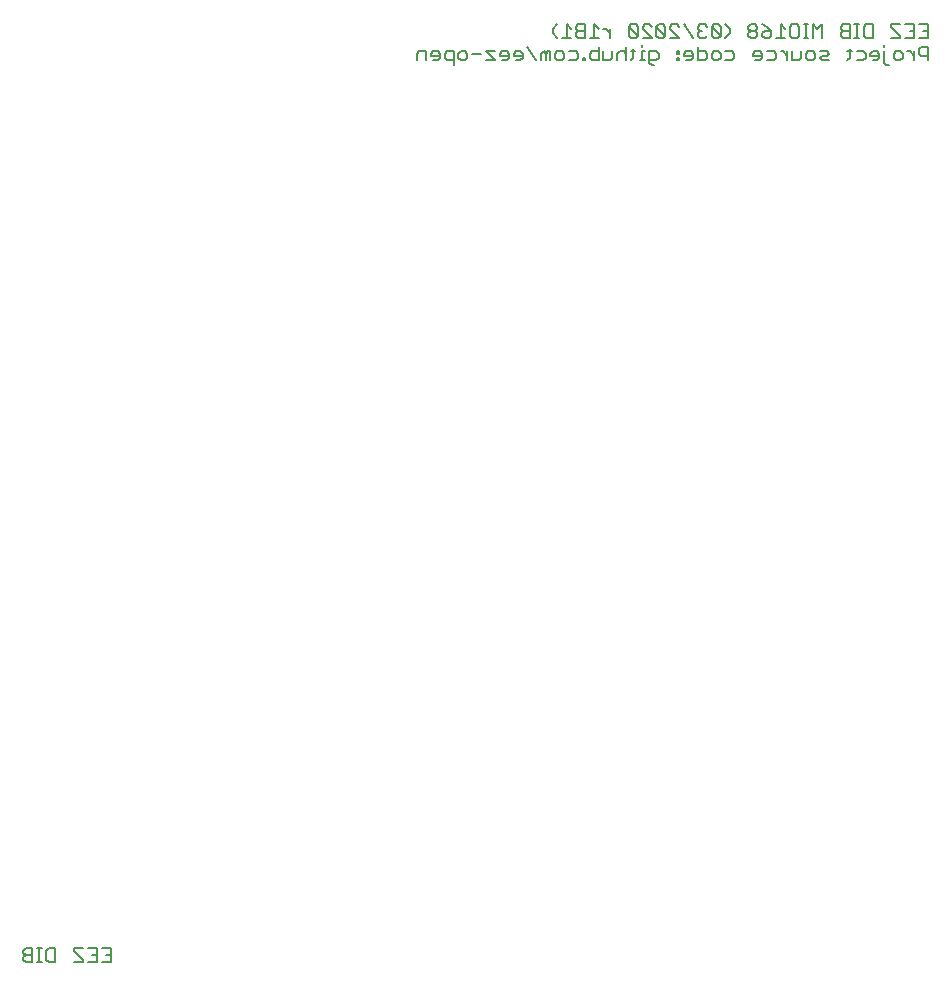
<source format=gbo>
G75*
%MOIN*%
%OFA0B0*%
%FSLAX25Y25*%
%IPPOS*%
%LPD*%
%AMOC8*
5,1,8,0,0,1.08239X$1,22.5*
%
%ADD10C,0.00500*%
D10*
X0359846Y0120520D02*
X0360597Y0119770D01*
X0362849Y0119770D01*
X0362849Y0124274D01*
X0360597Y0124274D01*
X0359846Y0123523D01*
X0359846Y0122772D01*
X0360597Y0122022D01*
X0362849Y0122022D01*
X0360597Y0122022D02*
X0359846Y0121271D01*
X0359846Y0120520D01*
X0364417Y0119770D02*
X0365918Y0119770D01*
X0365167Y0119770D02*
X0365167Y0124274D01*
X0364417Y0124274D02*
X0365918Y0124274D01*
X0367519Y0123523D02*
X0368270Y0124274D01*
X0370522Y0124274D01*
X0370522Y0119770D01*
X0368270Y0119770D01*
X0367519Y0120520D01*
X0367519Y0123523D01*
X0376727Y0123523D02*
X0379730Y0120520D01*
X0379730Y0119770D01*
X0376727Y0119770D01*
X0376727Y0123523D02*
X0376727Y0124274D01*
X0379730Y0124274D01*
X0381331Y0124274D02*
X0384334Y0124274D01*
X0384334Y0119770D01*
X0381331Y0119770D01*
X0382832Y0122022D02*
X0384334Y0122022D01*
X0385935Y0124274D02*
X0388938Y0124274D01*
X0388938Y0119770D01*
X0385935Y0119770D01*
X0387436Y0122022D02*
X0388938Y0122022D01*
X0491043Y0420254D02*
X0491043Y0422506D01*
X0491794Y0423256D01*
X0494046Y0423256D01*
X0494046Y0420254D01*
X0495647Y0421755D02*
X0498650Y0421755D01*
X0498650Y0421005D02*
X0498650Y0422506D01*
X0497899Y0423256D01*
X0496398Y0423256D01*
X0495647Y0422506D01*
X0495647Y0421755D01*
X0496398Y0420254D02*
X0497899Y0420254D01*
X0498650Y0421005D01*
X0500251Y0421005D02*
X0501002Y0420254D01*
X0503253Y0420254D01*
X0503253Y0418753D02*
X0503253Y0423256D01*
X0501002Y0423256D01*
X0500251Y0422506D01*
X0500251Y0421005D01*
X0504855Y0421005D02*
X0504855Y0422506D01*
X0505605Y0423256D01*
X0507107Y0423256D01*
X0507857Y0422506D01*
X0507857Y0421005D01*
X0507107Y0420254D01*
X0505605Y0420254D01*
X0504855Y0421005D01*
X0509459Y0422506D02*
X0512461Y0422506D01*
X0514063Y0423256D02*
X0517065Y0420254D01*
X0514063Y0420254D01*
X0514063Y0423256D02*
X0517065Y0423256D01*
X0518667Y0422506D02*
X0518667Y0421755D01*
X0521669Y0421755D01*
X0521669Y0421005D02*
X0521669Y0422506D01*
X0520919Y0423256D01*
X0519417Y0423256D01*
X0518667Y0422506D01*
X0519417Y0420254D02*
X0520919Y0420254D01*
X0521669Y0421005D01*
X0523271Y0421755D02*
X0526273Y0421755D01*
X0526273Y0421005D02*
X0526273Y0422506D01*
X0525522Y0423256D01*
X0524021Y0423256D01*
X0523271Y0422506D01*
X0523271Y0421755D01*
X0524021Y0420254D02*
X0525522Y0420254D01*
X0526273Y0421005D01*
X0527874Y0424758D02*
X0530877Y0420254D01*
X0532478Y0420254D02*
X0532478Y0422506D01*
X0533229Y0423256D01*
X0533980Y0422506D01*
X0533980Y0420254D01*
X0535481Y0420254D02*
X0535481Y0423256D01*
X0534730Y0423256D01*
X0533980Y0422506D01*
X0537082Y0422506D02*
X0537833Y0423256D01*
X0539334Y0423256D01*
X0540085Y0422506D01*
X0540085Y0421005D01*
X0539334Y0420254D01*
X0537833Y0420254D01*
X0537082Y0421005D01*
X0537082Y0422506D01*
X0541686Y0423256D02*
X0543938Y0423256D01*
X0544689Y0422506D01*
X0544689Y0421005D01*
X0543938Y0420254D01*
X0541686Y0420254D01*
X0546240Y0420254D02*
X0546991Y0420254D01*
X0546991Y0421005D01*
X0546240Y0421005D01*
X0546240Y0420254D01*
X0548592Y0421005D02*
X0548592Y0422506D01*
X0549343Y0423256D01*
X0551595Y0423256D01*
X0551595Y0424758D02*
X0551595Y0420254D01*
X0549343Y0420254D01*
X0548592Y0421005D01*
X0553196Y0420254D02*
X0553196Y0423256D01*
X0553196Y0420254D02*
X0555448Y0420254D01*
X0556199Y0421005D01*
X0556199Y0423256D01*
X0557800Y0422506D02*
X0557800Y0420254D01*
X0557800Y0422506D02*
X0558551Y0423256D01*
X0560052Y0423256D01*
X0560803Y0422506D01*
X0562371Y0423256D02*
X0563872Y0423256D01*
X0563121Y0424007D02*
X0563121Y0421005D01*
X0562371Y0420254D01*
X0560803Y0420254D02*
X0560803Y0424758D01*
X0562387Y0427754D02*
X0563888Y0427754D01*
X0564639Y0428505D01*
X0561637Y0431507D01*
X0561637Y0428505D01*
X0562387Y0427754D01*
X0564639Y0428505D02*
X0564639Y0431507D01*
X0563888Y0432258D01*
X0562387Y0432258D01*
X0561637Y0431507D01*
X0566240Y0431507D02*
X0566991Y0432258D01*
X0568492Y0432258D01*
X0569243Y0431507D01*
X0570844Y0431507D02*
X0573847Y0428505D01*
X0573096Y0427754D01*
X0571595Y0427754D01*
X0570844Y0428505D01*
X0570844Y0431507D01*
X0571595Y0432258D01*
X0573096Y0432258D01*
X0573847Y0431507D01*
X0573847Y0428505D01*
X0575448Y0427754D02*
X0578451Y0427754D01*
X0575448Y0430756D01*
X0575448Y0431507D01*
X0576199Y0432258D01*
X0577700Y0432258D01*
X0578451Y0431507D01*
X0580052Y0432258D02*
X0583055Y0427754D01*
X0584656Y0428505D02*
X0585407Y0427754D01*
X0586908Y0427754D01*
X0587659Y0428505D01*
X0589260Y0428505D02*
X0589260Y0431507D01*
X0592263Y0428505D01*
X0591512Y0427754D01*
X0590011Y0427754D01*
X0589260Y0428505D01*
X0589260Y0431507D02*
X0590011Y0432258D01*
X0591512Y0432258D01*
X0592263Y0431507D01*
X0592263Y0428505D01*
X0593831Y0427754D02*
X0595332Y0429255D01*
X0595332Y0430756D01*
X0593831Y0432258D01*
X0587659Y0431507D02*
X0586908Y0432258D01*
X0585407Y0432258D01*
X0584656Y0431507D01*
X0584656Y0430756D01*
X0585407Y0430006D01*
X0584656Y0429255D01*
X0584656Y0428505D01*
X0585407Y0430006D02*
X0586157Y0430006D01*
X0584656Y0424758D02*
X0584656Y0420254D01*
X0586908Y0420254D01*
X0587659Y0421005D01*
X0587659Y0422506D01*
X0586908Y0423256D01*
X0584656Y0423256D01*
X0583055Y0422506D02*
X0582304Y0423256D01*
X0580803Y0423256D01*
X0580052Y0422506D01*
X0580052Y0421755D01*
X0583055Y0421755D01*
X0583055Y0421005D02*
X0583055Y0422506D01*
X0583055Y0421005D02*
X0582304Y0420254D01*
X0580803Y0420254D01*
X0578451Y0420254D02*
X0578451Y0421005D01*
X0577700Y0421005D01*
X0577700Y0420254D01*
X0578451Y0420254D01*
X0578451Y0422506D02*
X0578451Y0423256D01*
X0577700Y0423256D01*
X0577700Y0422506D01*
X0578451Y0422506D01*
X0571545Y0422506D02*
X0571545Y0421005D01*
X0570794Y0420254D01*
X0568542Y0420254D01*
X0568542Y0419503D02*
X0568542Y0423256D01*
X0570794Y0423256D01*
X0571545Y0422506D01*
X0570044Y0418753D02*
X0569293Y0418753D01*
X0568542Y0419503D01*
X0566941Y0420254D02*
X0565440Y0420254D01*
X0566190Y0420254D02*
X0566190Y0423256D01*
X0566941Y0423256D01*
X0566190Y0424758D02*
X0566190Y0425508D01*
X0566240Y0427754D02*
X0569243Y0427754D01*
X0566240Y0430756D01*
X0566240Y0431507D01*
X0555431Y0430756D02*
X0555431Y0427754D01*
X0555431Y0429255D02*
X0553930Y0430756D01*
X0553179Y0430756D01*
X0551595Y0430756D02*
X0550093Y0432258D01*
X0550093Y0427754D01*
X0548592Y0427754D02*
X0551595Y0427754D01*
X0546991Y0427754D02*
X0544739Y0427754D01*
X0543988Y0428505D01*
X0543988Y0429255D01*
X0544739Y0430006D01*
X0546991Y0430006D01*
X0546991Y0427754D02*
X0546991Y0432258D01*
X0544739Y0432258D01*
X0543988Y0431507D01*
X0543988Y0430756D01*
X0544739Y0430006D01*
X0542387Y0430756D02*
X0540886Y0432258D01*
X0540886Y0427754D01*
X0542387Y0427754D02*
X0539384Y0427754D01*
X0537783Y0427754D02*
X0536282Y0429255D01*
X0536282Y0430756D01*
X0537783Y0432258D01*
X0589260Y0422506D02*
X0589260Y0421005D01*
X0590011Y0420254D01*
X0591512Y0420254D01*
X0592263Y0421005D01*
X0592263Y0422506D01*
X0591512Y0423256D01*
X0590011Y0423256D01*
X0589260Y0422506D01*
X0593864Y0423256D02*
X0596116Y0423256D01*
X0596867Y0422506D01*
X0596867Y0421005D01*
X0596116Y0420254D01*
X0593864Y0420254D01*
X0603072Y0421755D02*
X0606074Y0421755D01*
X0606074Y0421005D02*
X0606074Y0422506D01*
X0605324Y0423256D01*
X0603823Y0423256D01*
X0603072Y0422506D01*
X0603072Y0421755D01*
X0603823Y0420254D02*
X0605324Y0420254D01*
X0606074Y0421005D01*
X0607676Y0420254D02*
X0609928Y0420254D01*
X0610678Y0421005D01*
X0610678Y0422506D01*
X0609928Y0423256D01*
X0607676Y0423256D01*
X0608393Y0427754D02*
X0606892Y0427754D01*
X0606141Y0428505D01*
X0606141Y0429255D01*
X0606892Y0430006D01*
X0609144Y0430006D01*
X0609144Y0428505D01*
X0608393Y0427754D01*
X0610745Y0427754D02*
X0613748Y0427754D01*
X0612246Y0427754D02*
X0612246Y0432258D01*
X0613748Y0430756D01*
X0615349Y0431507D02*
X0615349Y0428505D01*
X0616100Y0427754D01*
X0617601Y0427754D01*
X0618352Y0428505D01*
X0618352Y0431507D01*
X0617601Y0432258D01*
X0616100Y0432258D01*
X0615349Y0431507D01*
X0619920Y0432258D02*
X0621421Y0432258D01*
X0620670Y0432258D02*
X0620670Y0427754D01*
X0619920Y0427754D02*
X0621421Y0427754D01*
X0623022Y0427754D02*
X0623022Y0432258D01*
X0624523Y0430756D01*
X0626025Y0432258D01*
X0626025Y0427754D01*
X0625324Y0423256D02*
X0627576Y0423256D01*
X0628327Y0422506D01*
X0627576Y0421755D01*
X0626075Y0421755D01*
X0625324Y0421005D01*
X0626075Y0420254D01*
X0628327Y0420254D01*
X0623723Y0421005D02*
X0623723Y0422506D01*
X0622972Y0423256D01*
X0621471Y0423256D01*
X0620720Y0422506D01*
X0620720Y0421005D01*
X0621471Y0420254D01*
X0622972Y0420254D01*
X0623723Y0421005D01*
X0619119Y0421005D02*
X0618368Y0420254D01*
X0616116Y0420254D01*
X0616116Y0423256D01*
X0614515Y0423256D02*
X0614515Y0420254D01*
X0614515Y0421755D02*
X0613014Y0423256D01*
X0612263Y0423256D01*
X0619119Y0423256D02*
X0619119Y0421005D01*
X0609144Y0430006D02*
X0607642Y0431507D01*
X0606141Y0432258D01*
X0604540Y0431507D02*
X0604540Y0430756D01*
X0603789Y0430006D01*
X0602288Y0430006D01*
X0601537Y0429255D01*
X0601537Y0428505D01*
X0602288Y0427754D01*
X0603789Y0427754D01*
X0604540Y0428505D01*
X0604540Y0429255D01*
X0603789Y0430006D01*
X0602288Y0430006D02*
X0601537Y0430756D01*
X0601537Y0431507D01*
X0602288Y0432258D01*
X0603789Y0432258D01*
X0604540Y0431507D01*
X0632230Y0431507D02*
X0632230Y0430756D01*
X0632981Y0430006D01*
X0635233Y0430006D01*
X0635233Y0427754D02*
X0635233Y0432258D01*
X0632981Y0432258D01*
X0632230Y0431507D01*
X0632981Y0430006D02*
X0632230Y0429255D01*
X0632230Y0428505D01*
X0632981Y0427754D01*
X0635233Y0427754D01*
X0636801Y0427754D02*
X0638302Y0427754D01*
X0637551Y0427754D02*
X0637551Y0432258D01*
X0636801Y0432258D02*
X0638302Y0432258D01*
X0639903Y0431507D02*
X0639903Y0428505D01*
X0640654Y0427754D01*
X0642906Y0427754D01*
X0642906Y0432258D01*
X0640654Y0432258D01*
X0639903Y0431507D01*
X0649111Y0431507D02*
X0652114Y0428505D01*
X0652114Y0427754D01*
X0649111Y0427754D01*
X0646776Y0425508D02*
X0646776Y0424758D01*
X0646776Y0423256D02*
X0646776Y0419503D01*
X0647526Y0418753D01*
X0648277Y0418753D01*
X0649878Y0421005D02*
X0649878Y0422506D01*
X0650629Y0423256D01*
X0652130Y0423256D01*
X0652881Y0422506D01*
X0652881Y0421005D01*
X0652130Y0420254D01*
X0650629Y0420254D01*
X0649878Y0421005D01*
X0645208Y0421005D02*
X0645208Y0422506D01*
X0644457Y0423256D01*
X0642956Y0423256D01*
X0642205Y0422506D01*
X0642205Y0421755D01*
X0645208Y0421755D01*
X0645208Y0421005D02*
X0644457Y0420254D01*
X0642956Y0420254D01*
X0640604Y0421005D02*
X0639853Y0420254D01*
X0637601Y0420254D01*
X0635249Y0421005D02*
X0634499Y0420254D01*
X0635249Y0421005D02*
X0635249Y0424007D01*
X0634499Y0423256D02*
X0636000Y0423256D01*
X0637601Y0423256D02*
X0639853Y0423256D01*
X0640604Y0422506D01*
X0640604Y0421005D01*
X0654466Y0423256D02*
X0655216Y0423256D01*
X0656718Y0421755D01*
X0656718Y0420254D02*
X0656718Y0423256D01*
X0658319Y0422506D02*
X0659070Y0421755D01*
X0661322Y0421755D01*
X0661322Y0420254D02*
X0661322Y0424758D01*
X0659070Y0424758D01*
X0658319Y0424007D01*
X0658319Y0422506D01*
X0658319Y0427754D02*
X0661322Y0427754D01*
X0661322Y0432258D01*
X0658319Y0432258D01*
X0656718Y0432258D02*
X0656718Y0427754D01*
X0653715Y0427754D01*
X0655216Y0430006D02*
X0656718Y0430006D01*
X0656718Y0432258D02*
X0653715Y0432258D01*
X0652114Y0432258D02*
X0649111Y0432258D01*
X0649111Y0431507D01*
X0659820Y0430006D02*
X0661322Y0430006D01*
M02*

</source>
